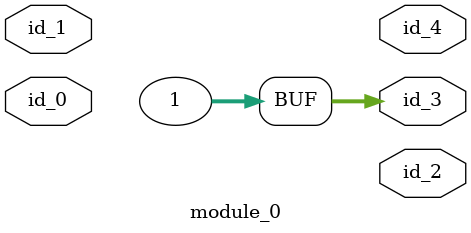
<source format=v>
module module_0 (
    input id_0,
    input id_1,
    output id_2,
    output integer id_3,
    output id_4
);
  always begin
    if (1) begin
      id_3 <= 1;
    end else id_3 <= id_0;
  end
endmodule
`define pp_5 0

</source>
